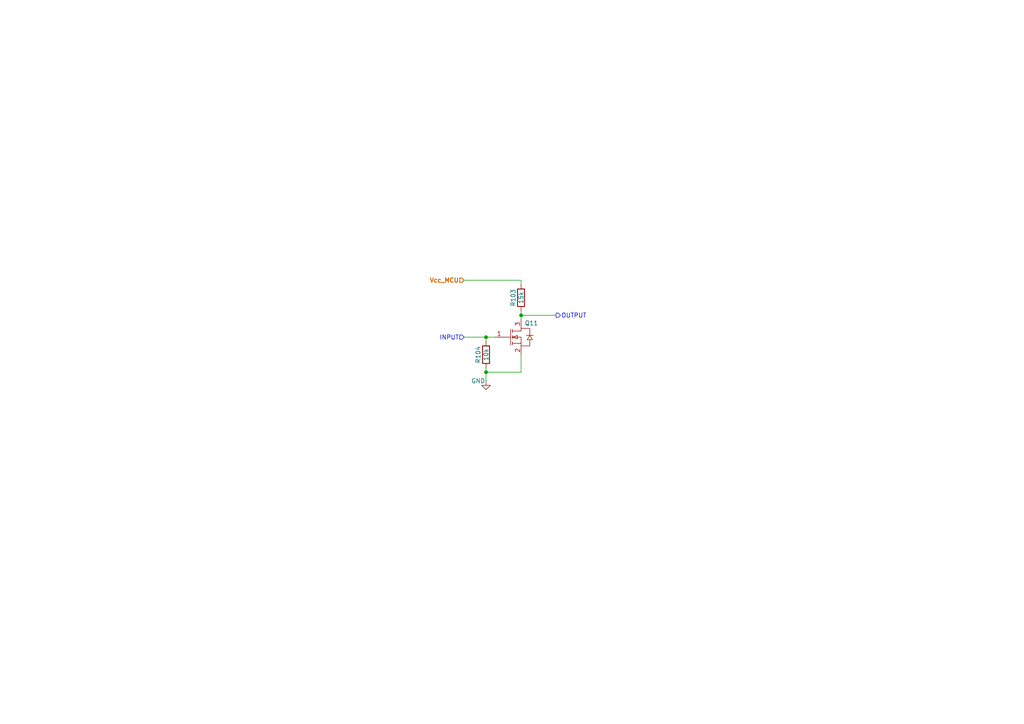
<source format=kicad_sch>
(kicad_sch (version 20250114) (generator "eeschema") (generator_version "9.0")
  (paper "A4")
  (lib_symbols
    (symbol "Device:R" (pin_numbers (hide yes)) (pin_names (offset 0))
      (property "Reference" "R" (at 2.032 0 90))
      (property "Value" "R" (at 0 0 90))
      (symbol "R_0_1"
        (rectangle (start -1.016 -2.54) (end 1.016 2.54) (stroke (width 0.254)))
      )
      (symbol "R_1_1"
        (pin passive line (at 0 3.81 270) (length 1.27) (name "~") (number "1"))
        (pin passive line (at 0 -3.81 90) (length 1.27) (name "~") (number "2"))
      )
    )
    (symbol "easyeda2kicad:AO3400A" (pin_names (hide yes))
      (property "Reference" "Q" (at 0 10.16 0))
      (property "Value" "AO3400A" (at 0 -10.16 0))
      (symbol "AO3400A_0_1"
        (polyline (pts (xy -2.54 0) (xy -0.51 0)))
        (polyline (pts (xy -0.51 2.29) (xy -0.51 -2.29)))
        (polyline (pts (xy 0 2.29) (xy 0 1.27)))
        (polyline (pts (xy 0 1.78) (xy 2.54 1.78) (xy 2.54 2.54) (xy 5.08 2.54) (xy 5.08 0.51)))
        (polyline (pts (xy 0 0) (xy 1.52 -0.51) (xy 1.52 0.51) (xy 0 0)) (fill (type background)))
        (polyline (pts (xy 0 0) (xy 2.54 0) (xy 2.54 -2.54) (xy 5.08 -2.54) (xy 5.08 -0.76)))
        (polyline (pts (xy 0 -0.51) (xy 0 0.51)))
        (polyline (pts (xy 0 -2.29) (xy 0 -1.27)))
        (polyline (pts (xy 2.54 -1.78) (xy 0 -1.78)))
        (polyline (pts (xy 5.08 0.51) (xy 4.32 -0.76) (xy 5.84 -0.76) (xy 5.08 0.51)) (fill (type background)))
        (polyline (pts (xy 6.1 0.51) (xy 5.59 0.51) (xy 4.57 0.51) (xy 4.06 0.51)))
        (pin unspecified line (at -5.08 0 0) (length 2.54) (name "G") (number "1"))
        (pin unspecified line (at 2.54 5.08 270) (length 2.54) (name "D") (number "3"))
        (pin unspecified line (at 2.54 -5.08 90) (length 2.54) (name "S") (number "2"))
      )
    )
    (symbol "power:GND" (power) (pin_numbers (hide yes)) (pin_names (offset 0) (hide yes))
      (property "Value" "GND" (at 0 -3.81 0))
      (symbol "GND_0_1"
        (polyline (pts (xy 0 0) (xy 0 -1.27) (xy 1.27 -1.27) (xy 0 -2.54) (xy -1.27 -1.27) (xy 0 -1.27)))
      )
      (symbol "GND_1_1"
        (pin power_in line (at 0 0 270) (length 0) (name "~") (number "1"))
      )
    )
  )
  (junction (at 140.97 107.95))
  (junction (at 151.13 91.44))
  (junction (at 140.97 97.79))
  (wire (pts (xy 140.97 107.95) (xy 151.13 107.95)))
  (wire (pts (xy 134.62 97.79) (xy 140.97 97.79)))
  (wire (pts (xy 140.97 110.49) (xy 140.97 107.95)))
  (wire (pts (xy 140.97 97.79) (xy 140.97 99.06)))
  (wire (pts (xy 151.13 90.17) (xy 151.13 91.44)))
  (wire (pts (xy 140.97 106.68) (xy 140.97 107.95)))
  (wire (pts (xy 151.13 81.28) (xy 151.13 82.55)))
  (wire (pts (xy 134.62 81.28) (xy 151.13 81.28)))
  (wire (pts (xy 151.13 91.44) (xy 161.29 91.44)))
  (wire (pts (xy 151.13 107.95) (xy 151.13 102.87)))
  (wire (pts (xy 151.13 91.44) (xy 151.13 92.71)))
  (wire (pts (xy 140.97 97.79) (xy 143.51 97.79)))
  (hierarchical_label "OUTPUT" (shape output) (at 161.29 91.44 0))
  (hierarchical_label "INPUT" (shape input) (at 134.62 97.79 180))
  (hierarchical_label "Vcc_MCU" (shape input) (at 134.62 81.28 180) (effects (font (thickness 0.254) (bold yes))))
  (symbol (lib_id "power:GND") (at 140.97 110.49 0) (unit 1)
    (property "Reference" "#PWR083" (effects (hide yes)))
    (property "Value" "GND" (at 138.684 110.49 0))
    (property "Description" "Power symbol creates a global label with name \"GND\" , ground" (effects (hide yes)))
    (instances (project "HUB_MPE" (path "" (reference "#PWR092") (unit 1)) (path "" (reference "#PWR091") (unit 1)) (path "" (reference "#PWR089") (unit 1)) (path "" (reference "#PWR085") (unit 1)) (path "" (reference "#PWR087") (unit 1)) (path "" (reference "#PWR083") (unit 1)) (path "" (reference "#PWR090") (unit 1)) (path "" (reference "#PWR088") (unit 1)) (path "" (reference "#PWR084") (unit 1)) (path "" (reference "#PWR086") (unit 1))))
  )
  (symbol (lib_id "Device:R") (at 151.13 86.36 180) (unit 1)
    (property "Reference" "R85" (at 148.844 86.36 90))
    (property "Value" "15k" (at 151.13 86.36 90))
    (property "Footprint" "Resistor_SMD:R_0603_1608Metric" (effects (hide yes)))
    (property "Description" "Resistor" (effects (hide yes)))
    (property "LCSC" "C22809" (effects (hide yes)))
    (instances (project "HUB_MPE" (path "" (reference "R103") (unit 1)) (path "" (reference "R101") (unit 1)) (path "" (reference "R97") (unit 1)) (path "" (reference "R89") (unit 1)) (path "" (reference "R93") (unit 1)) (path "" (reference "R85") (unit 1)) (path "" (reference "R99") (unit 1)) (path "" (reference "R95") (unit 1)) (path "" (reference "R87") (unit 1)) (path "" (reference "R91") (unit 1))))
  )
  (symbol (lib_id "easyeda2kicad:AO3400A") (at 148.59 97.79 0) (unit 1)
    (property "Reference" "Q2" (at 152.146 93.726 0) (effects (justify left)))
    (property "Value" "AO3400A" (effects (hide yes)))
    (property "Footprint" "easyeda2kicad:SOT-23-3_L2.9-W1.3-P1.90-LS2.4-BR" (effects (hide yes)))
    (property "Datasheet" "https://lcsc.com/product-detail/MOSFET_AOS_AO3400A_AO3400A_C20917.html" (effects (hide yes)))
    (property "LCSC Part" "C20917" (effects (hide yes)))
    (property "LCSC" "C20917" (effects (hide yes)))
    (instances (project "HUB_MPE" (path "" (reference "Q11") (unit 1)) (path "" (reference "Q10") (unit 1)) (path "" (reference "Q8") (unit 1)) (path "" (reference "Q4") (unit 1)) (path "" (reference "Q6") (unit 1)) (path "" (reference "Q2") (unit 1)) (path "" (reference "Q9") (unit 1)) (path "" (reference "Q7") (unit 1)) (path "" (reference "Q3") (unit 1)) (path "" (reference "Q5") (unit 1))))
  )
  (symbol (lib_id "Device:R") (at 140.97 102.87 180) (unit 1)
    (property "Reference" "R86" (at 138.684 102.87 90))
    (property "Value" "10k" (at 140.97 102.87 90))
    (property "Footprint" "Resistor_SMD:R_0603_1608Metric" (effects (hide yes)))
    (property "Description" "Resistor" (effects (hide yes)))
    (property "LCSC" "C25804" (effects (hide yes)))
    (instances (project "HUB_MPE" (path "" (reference "R104") (unit 1)) (path "" (reference "R102") (unit 1)) (path "" (reference "R98") (unit 1)) (path "" (reference "R90") (unit 1)) (path "" (reference "R94") (unit 1)) (path "" (reference "R86") (unit 1)) (path "" (reference "R100") (unit 1)) (path "" (reference "R96") (unit 1)) (path "" (reference "R88") (unit 1)) (path "" (reference "R92") (unit 1))))
  )
)
</source>
